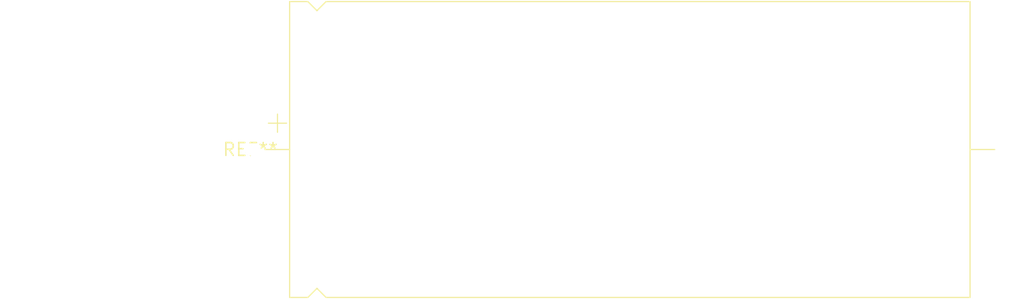
<source format=kicad_pcb>
(kicad_pcb (version 20240108) (generator pcbnew)
  (layers (0 "F.Cu" signal) (31 "B.Cu" signal) (34 "B.Paste" user) (35 "F.Paste" user) (36 "B.SilkS" user "B.Silkscreen") (37 "F.SilkS" user "F.Silkscreen") (38 "B.Mask" user) (39 "F.Mask" user) (44 "Edge.Cuts" user))
  (net 0 "")
  (footprint "CP_Axial_L67.0mm_D29.0mm_P75.00mm_Horizontal" (layer "F.Cu") (at 0 0)
    (property "Reference" "REF**")
    (property "Value" "CP_Axial_L67.0mm_D29.0mm_P75.00mm_Horizontal")
    (fp_line (start 1.44 0) (end 3.88 0) (layer "F.SilkS") (stroke (width 0.12)))
    (fp_line (start 1.78 -2.6) (end 3.58 -2.6) (layer "F.SilkS") (stroke (width 0.12)))
    (fp_line (start 2.68 -3.5) (end 2.68 -1.7) (layer "F.SilkS") (stroke (width 0.12)))
    (fp_line (start 3.88 -14.62) (end 3.88 14.62) (layer "F.SilkS") (stroke (width 0.12)))
    (fp_line (start 3.88 -14.62) (end 5.68 -14.62) (layer "F.SilkS") (stroke (width 0.12)))
    (fp_line (start 3.88 14.62) (end 5.68 14.62) (layer "F.SilkS") (stroke (width 0.12)))
    (fp_line (start 5.68 -14.62) (end 6.58 -13.72) (layer "F.SilkS") (stroke (width 0.12)))
    (fp_line (start 5.68 14.62) (end 6.58 13.72) (layer "F.SilkS") (stroke (width 0.12)))
    (fp_line (start 6.58 -13.72) (end 7.48 -14.62) (layer "F.SilkS") (stroke (width 0.12)))
    (fp_line (start 6.58 13.72) (end 7.48 14.62) (layer "F.SilkS") (stroke (width 0.12)))
    (fp_line (start 7.48 -14.62) (end 71.12 -14.62) (layer "F.SilkS") (stroke (width 0.12)))
    (fp_line (start 7.48 14.62) (end 71.12 14.62) (layer "F.SilkS") (stroke (width 0.12)))
    (fp_line (start 71.12 -14.62) (end 71.12 14.62) (layer "F.SilkS") (stroke (width 0.12)))
    (fp_line (start 73.56 0) (end 71.12 0) (layer "F.SilkS") (stroke (width 0.12)))
    (pad "1" thru_hole rect (at 0 0) (size 2.4 2.4) (drill 1.2) (layers *.Cu *.Mask) (remove_unused_layers))
    (pad "2" thru_hole oval (at 75 0) (size 2.4 2.4) (drill 1.2) (layers *.Cu *.Mask) (remove_unused_layers))
  )
)
</source>
